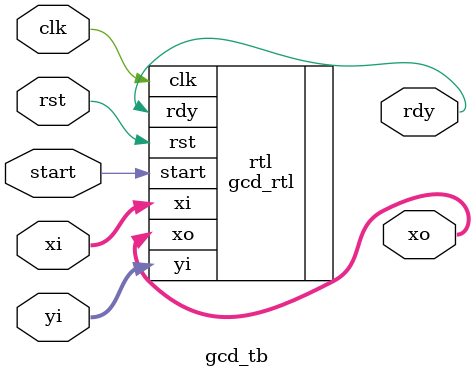
<source format=sv>
`timescale 1ns/1ns

/* 
Types of tests:
	Prime Numbers - the result is gonna be = 1
	Equal Numbers - the result is gonna be the number
	One be 0 - the result will be 0
	X be greater than Y
	Y be greater than X
	Negative Numbers 
	Random Numbers
	Read from a file
*/


module gcd_tb(

  	// Inputs
  	input reg [15:0] xi, yi,
  	input reg rst, clk, start,
  	output [15:0] xo,
  	output rdy
	);

  	// Parameters
	parameter NBits = 16;


  	// Instantiate the Unit Under Test (UUT) this case RTL
  	gcd_rtl #(.NBits(NBits)) rtl (
    		.xi(xi),
    		.yi(yi),
    		.rst(rst),
    		.xo(xo),
    		.rdy(rdy),
    		.clk(clk),
		.start(start)
  	);

	bind gcd_rtl: rtl pLib_gcd_rtl  #(.NBits(NBits)) pLgr (
		.xi(xi), 
		.yi(yi), 
		.rst(rst), 
		.xo(xo), 
		.rdy(rdy), 
		.clk(clk), 
		.start(start)
	);

endmodule

</source>
